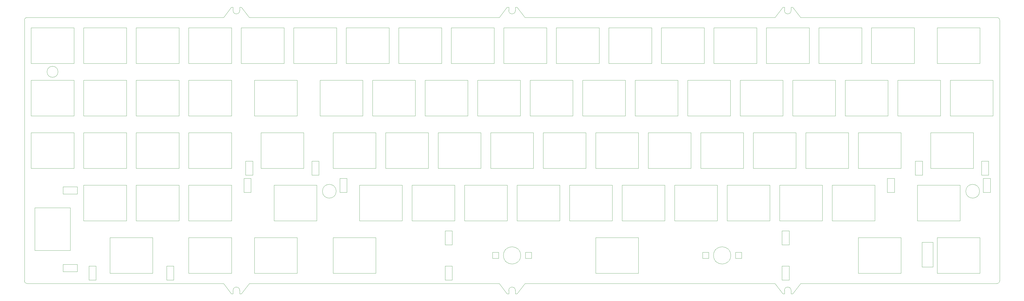
<source format=gm1>
G04 #@! TF.GenerationSoftware,KiCad,Pcbnew,(6.0.0)*
G04 #@! TF.CreationDate,2022-03-08T15:06:03-05:00*
G04 #@! TF.ProjectId,next_plate,6e657874-5f70-46c6-9174-652e6b696361,rev?*
G04 #@! TF.SameCoordinates,Original*
G04 #@! TF.FileFunction,Profile,NP*
%FSLAX46Y46*%
G04 Gerber Fmt 4.6, Leading zero omitted, Abs format (unit mm)*
G04 Created by KiCad (PCBNEW (6.0.0)) date 2022-03-08 15:06:03*
%MOMM*%
%LPD*%
G01*
G04 APERTURE LIST*
G04 #@! TA.AperFunction,Profile*
%ADD10C,0.100000*%
G04 #@! TD*
G04 #@! TA.AperFunction,Profile*
%ADD11C,0.010000*%
G04 #@! TD*
G04 APERTURE END LIST*
D10*
X374362500Y-91000000D02*
G75*
G03*
X374362500Y-91000000I-2500000J0D01*
G01*
D11*
X47050000Y-89375000D02*
X47050000Y-91975000D01*
X41950000Y-117575000D02*
X41950000Y-120175000D01*
X41950000Y-120175000D02*
X47050000Y-120175000D01*
X107506250Y-91400000D02*
X110106250Y-91400000D01*
X107506250Y-86300000D02*
X107506250Y-91400000D01*
X47050000Y-117575000D02*
X41950000Y-117575000D01*
X47050000Y-120175000D02*
X47050000Y-117575000D01*
X47050000Y-91975000D02*
X41950000Y-91975000D01*
X41950000Y-89375000D02*
X47050000Y-89375000D01*
X41950000Y-91975000D02*
X41950000Y-89375000D01*
D10*
X353500000Y-109500000D02*
X357500000Y-109500000D01*
X357500000Y-109500000D02*
X357500000Y-118500000D01*
D11*
X199912500Y-113200000D02*
X199912500Y-115400000D01*
X380675000Y-124500000D02*
G75*
G03*
X381675000Y-123500000I1J999999D01*
G01*
X377631250Y-80050000D02*
X377631250Y-85150000D01*
X377631250Y-85150000D02*
X375031250Y-85150000D01*
X106587500Y-128250000D02*
X109437500Y-124500000D01*
X105987500Y-25400000D02*
X105987500Y-24650000D01*
X300137500Y-124500000D02*
X209437500Y-124500000D01*
X105987500Y-24150000D02*
X105987500Y-24650000D01*
X51275000Y-118150000D02*
X51275000Y-123250000D01*
X305987500Y-25400000D02*
X305987500Y-24150000D01*
X207912500Y-114300000D02*
G75*
G03*
X207912500Y-114300000I-3125000J0D01*
G01*
X202987500Y-24150000D02*
X200137500Y-27900000D01*
X306587500Y-24150000D02*
X305987500Y-24150000D01*
X351031253Y-80050000D02*
X351031253Y-85150000D01*
X199912500Y-115400000D02*
X197712500Y-115400000D01*
X197712500Y-115400000D02*
X197712500Y-113200000D01*
X211862500Y-115400000D02*
X209662500Y-115400000D01*
X53875000Y-118150000D02*
X51275000Y-118150000D01*
D10*
X353500000Y-118500000D02*
X357500000Y-118500000D01*
D11*
X205987500Y-127000000D02*
G75*
G03*
X203587500Y-127000000I-1200000J0D01*
G01*
X375031250Y-85150000D02*
X375031250Y-80050000D01*
X180487500Y-118150000D02*
X180487500Y-123250000D01*
X206587500Y-24150000D02*
X209437500Y-27900000D01*
X51275000Y-123250000D02*
X53875000Y-123250000D01*
X28900000Y-27900000D02*
G75*
G03*
X27900000Y-28900000I-1J-999999D01*
G01*
X105987500Y-127000000D02*
X105987500Y-127750000D01*
X353631253Y-80050000D02*
X351031253Y-80050000D01*
X302687500Y-110450000D02*
X302687500Y-105350000D01*
X300137500Y-27900000D02*
X209437500Y-27900000D01*
X106587500Y-128250000D02*
X105987500Y-128250000D01*
X144906250Y-91400000D02*
X142306250Y-91400000D01*
X340868750Y-86300000D02*
X340868750Y-91400000D01*
X303587500Y-25400000D02*
X303587500Y-24150000D01*
X305287500Y-118150000D02*
X305287500Y-123250000D01*
X183087500Y-123250000D02*
X183087500Y-118150000D01*
X183087500Y-110450000D02*
X180487500Y-110450000D01*
X82075000Y-118150000D02*
X82075000Y-123250000D01*
X180487500Y-105350000D02*
X183087500Y-105350000D01*
X132143750Y-80050000D02*
X134743750Y-80050000D01*
X343468750Y-86300000D02*
X340868750Y-86300000D01*
X276112500Y-115400000D02*
X276112500Y-113200000D01*
X79475000Y-118150000D02*
X82075000Y-118150000D01*
X110106250Y-91400000D02*
X110106250Y-86300000D01*
X285862500Y-115400000D02*
X288062500Y-115400000D01*
X209662500Y-115400000D02*
X209662500Y-113200000D01*
X305987500Y-127000000D02*
X305987500Y-128250000D01*
X378268750Y-86300000D02*
X378268750Y-91400000D01*
X206587500Y-128250000D02*
X209437500Y-124500000D01*
X351031253Y-85150000D02*
X353631253Y-85150000D01*
X343468750Y-91400000D02*
X343468750Y-86300000D01*
X305987500Y-127000000D02*
G75*
G03*
X303587500Y-127000000I-1200000J0D01*
G01*
X27900000Y-123500000D02*
G75*
G03*
X28900000Y-124500000I999999J-1D01*
G01*
X102987500Y-24150000D02*
X103587500Y-24150000D01*
X305287500Y-123250000D02*
X302687500Y-123250000D01*
X302687500Y-118150000D02*
X305287500Y-118150000D01*
X105987500Y-127000000D02*
G75*
G03*
X103587500Y-127000000I-1200000J0D01*
G01*
X53875000Y-123250000D02*
X53875000Y-118150000D01*
X302987500Y-128250000D02*
X300137500Y-124500000D01*
X375668750Y-86300000D02*
X378268750Y-86300000D01*
X27900000Y-123500000D02*
X27900000Y-28900000D01*
X110743753Y-85150000D02*
X110743753Y-80050000D01*
X203587500Y-25400000D02*
X203587500Y-24150000D01*
X110106250Y-86300000D02*
X107506250Y-86300000D01*
X134743750Y-80050000D02*
X134743750Y-85150000D01*
X303587500Y-25400000D02*
G75*
G03*
X305987500Y-25400000I1200000J0D01*
G01*
X200137500Y-27900000D02*
X109437500Y-27900000D01*
X211862500Y-113200000D02*
X211862500Y-115400000D01*
D10*
X40100000Y-47625000D02*
G75*
G03*
X40100000Y-47625000I-2000000J0D01*
G01*
D11*
X142306250Y-86300000D02*
X144906250Y-86300000D01*
X302987500Y-24150000D02*
X300137500Y-27900000D01*
X306587500Y-128250000D02*
X305987500Y-128250000D01*
X110743753Y-80050000D02*
X108143753Y-80050000D01*
X103587500Y-24150000D02*
X103587500Y-24650000D01*
X284112500Y-114300000D02*
G75*
G03*
X284112500Y-114300000I-3125000J0D01*
G01*
X108143753Y-80050000D02*
X108143753Y-85150000D01*
X378268750Y-91400000D02*
X375668750Y-91400000D01*
X381675000Y-123500000D02*
X381675000Y-28900000D01*
X306587500Y-128250000D02*
X309437500Y-124500000D01*
X180487500Y-123250000D02*
X183087500Y-123250000D01*
X303587500Y-127000000D02*
X303587500Y-128250000D01*
X79475000Y-123250000D02*
X79475000Y-118150000D01*
X102987500Y-128250000D02*
X103587500Y-128250000D01*
X134743750Y-85150000D02*
X132143750Y-85150000D01*
X340868750Y-91400000D02*
X343468750Y-91400000D01*
D10*
X353500000Y-109500000D02*
X353500000Y-118500000D01*
D11*
X144906250Y-86300000D02*
X144906250Y-91400000D01*
X102987500Y-24150000D02*
X100137500Y-27900000D01*
D10*
X141000000Y-91000000D02*
G75*
G03*
X141000000Y-91000000I-2500000J0D01*
G01*
D11*
X302987500Y-24150000D02*
X303587500Y-24150000D01*
X108143753Y-85150000D02*
X110743753Y-85150000D01*
X142306250Y-91400000D02*
X142306250Y-86300000D01*
X288062500Y-113200000D02*
X285862500Y-113200000D01*
X206587500Y-128250000D02*
X205987500Y-128250000D01*
X206587500Y-24150000D02*
X205987500Y-24150000D01*
X183087500Y-105350000D02*
X183087500Y-110450000D01*
X103587500Y-25400000D02*
X103587500Y-24650000D01*
X183087500Y-118150000D02*
X180487500Y-118150000D01*
X305287500Y-110450000D02*
X302687500Y-110450000D01*
X209662500Y-113200000D02*
X211862500Y-113200000D01*
X273912500Y-113200000D02*
X273912500Y-115400000D01*
X302687500Y-105350000D02*
X305287500Y-105350000D01*
X202987500Y-128250000D02*
X200137500Y-124500000D01*
X375031250Y-80050000D02*
X377631250Y-80050000D01*
X380675000Y-124500000D02*
X309437500Y-124500000D01*
X197712500Y-113200000D02*
X199912500Y-113200000D01*
X306587500Y-24150000D02*
X309437500Y-27900000D01*
X100137500Y-124500000D02*
X28900000Y-124500000D01*
X302687500Y-123250000D02*
X302687500Y-118150000D01*
X180487500Y-110450000D02*
X180487500Y-105350000D01*
X105987500Y-128250000D02*
X105987500Y-127750000D01*
X273912500Y-115400000D02*
X276112500Y-115400000D01*
X302987500Y-128250000D02*
X303587500Y-128250000D01*
X305287500Y-105350000D02*
X305287500Y-110450000D01*
X200137500Y-124500000D02*
X109437500Y-124500000D01*
X82075000Y-123250000D02*
X79475000Y-123250000D01*
X202987500Y-128250000D02*
X203587500Y-128250000D01*
X103587500Y-25400000D02*
G75*
G03*
X105987500Y-25400000I1200000J0D01*
G01*
X103587500Y-127000000D02*
X103587500Y-127750000D01*
X288062500Y-115400000D02*
X288062500Y-113200000D01*
X203587500Y-25400000D02*
G75*
G03*
X205987500Y-25400000I1200000J0D01*
G01*
X205987500Y-25400000D02*
X205987500Y-24150000D01*
X100137500Y-27900000D02*
X28900000Y-27900000D01*
X103587500Y-128250000D02*
X103587500Y-127750000D01*
X353631253Y-85150000D02*
X353631253Y-80050000D01*
X375668750Y-91400000D02*
X375668750Y-86300000D01*
X106587500Y-24150000D02*
X105987500Y-24150000D01*
X205987500Y-127000000D02*
X205987500Y-128250000D01*
X276112500Y-113200000D02*
X273912500Y-113200000D01*
X381675000Y-28900000D02*
G75*
G03*
X380675000Y-27900000I-999999J1D01*
G01*
X380675000Y-27900000D02*
X309437500Y-27900000D01*
X106587500Y-24150000D02*
X109437500Y-27900000D01*
X132143750Y-85150000D02*
X132143750Y-80050000D01*
X102987500Y-128250000D02*
X100137500Y-124500000D01*
X202987500Y-24150000D02*
X203587500Y-24150000D01*
X285862500Y-113200000D02*
X285862500Y-115400000D01*
X203587500Y-127000000D02*
X203587500Y-128250000D01*
D10*
X250637500Y-120750000D02*
X235137500Y-120750000D01*
X250637500Y-107850000D02*
X250637500Y-120750000D01*
X235137500Y-107850000D02*
X235137500Y-120750000D01*
X250637500Y-107850000D02*
X235137500Y-107850000D01*
X83950000Y-88800000D02*
X68450000Y-88800000D01*
X68450000Y-88800000D02*
X68450000Y-101700000D01*
X83950000Y-101700000D02*
X68450000Y-101700000D01*
X83950000Y-88800000D02*
X83950000Y-101700000D01*
X293500000Y-31650000D02*
X278000000Y-31650000D01*
X293500000Y-31650000D02*
X293500000Y-44550000D01*
X278000000Y-31650000D02*
X278000000Y-44550000D01*
X293500000Y-44550000D02*
X278000000Y-44550000D01*
X274450000Y-31650000D02*
X274450000Y-44550000D01*
X258950000Y-31650000D02*
X258950000Y-44550000D01*
X274450000Y-31650000D02*
X258950000Y-31650000D01*
X274450000Y-44550000D02*
X258950000Y-44550000D01*
X297050000Y-31650000D02*
X297050000Y-44550000D01*
X312550000Y-44550000D02*
X297050000Y-44550000D01*
X312550000Y-31650000D02*
X312550000Y-44550000D01*
X312550000Y-31650000D02*
X297050000Y-31650000D01*
X331600000Y-44550000D02*
X316100000Y-44550000D01*
X331600000Y-31650000D02*
X316100000Y-31650000D01*
X331600000Y-31650000D02*
X331600000Y-44550000D01*
X316100000Y-31650000D02*
X316100000Y-44550000D01*
X345887500Y-69750000D02*
X330387500Y-69750000D01*
X345887500Y-69750000D02*
X345887500Y-82650000D01*
X345887500Y-82650000D02*
X330387500Y-82650000D01*
X330387500Y-69750000D02*
X330387500Y-82650000D01*
X87500000Y-88800000D02*
X87500000Y-101700000D01*
X103000000Y-88800000D02*
X87500000Y-88800000D01*
X103000000Y-101700000D02*
X87500000Y-101700000D01*
X103000000Y-88800000D02*
X103000000Y-101700000D01*
X31650000Y-97025000D02*
X31650000Y-112525000D01*
X31650000Y-97025000D02*
X44550000Y-97025000D01*
X31650000Y-112525000D02*
X44550000Y-112525000D01*
X44550000Y-97025000D02*
X44550000Y-112525000D01*
X288737500Y-69750000D02*
X288737500Y-82650000D01*
X273237500Y-69750000D02*
X273237500Y-82650000D01*
X288737500Y-82650000D02*
X273237500Y-82650000D01*
X288737500Y-69750000D02*
X273237500Y-69750000D01*
X64900000Y-63600000D02*
X49400000Y-63600000D01*
X64900000Y-50700000D02*
X49400000Y-50700000D01*
X49400000Y-50700000D02*
X49400000Y-63600000D01*
X64900000Y-50700000D02*
X64900000Y-63600000D01*
X374462500Y-120750000D02*
X358962500Y-120750000D01*
X358962500Y-107850000D02*
X358962500Y-120750000D01*
X374462500Y-107850000D02*
X374462500Y-120750000D01*
X374462500Y-107850000D02*
X358962500Y-107850000D01*
X103000000Y-63600000D02*
X87500000Y-63600000D01*
X103000000Y-50700000D02*
X103000000Y-63600000D01*
X103000000Y-50700000D02*
X87500000Y-50700000D01*
X87500000Y-50700000D02*
X87500000Y-63600000D01*
X83950000Y-44550000D02*
X68450000Y-44550000D01*
X68450000Y-31650000D02*
X68450000Y-44550000D01*
X83950000Y-31650000D02*
X68450000Y-31650000D01*
X83950000Y-31650000D02*
X83950000Y-44550000D01*
X74425000Y-107850000D02*
X74425000Y-120750000D01*
X58925000Y-107850000D02*
X58925000Y-120750000D01*
X74425000Y-120750000D02*
X58925000Y-120750000D01*
X74425000Y-107850000D02*
X58925000Y-107850000D01*
X222062500Y-88800000D02*
X222062500Y-101700000D01*
X222062500Y-88800000D02*
X206562500Y-88800000D01*
X222062500Y-101700000D02*
X206562500Y-101700000D01*
X206562500Y-88800000D02*
X206562500Y-101700000D01*
X49400000Y-31650000D02*
X49400000Y-44550000D01*
X64900000Y-31650000D02*
X49400000Y-31650000D01*
X64900000Y-31650000D02*
X64900000Y-44550000D01*
X64900000Y-44550000D02*
X49400000Y-44550000D01*
X231587500Y-69750000D02*
X216087500Y-69750000D01*
X231587500Y-69750000D02*
X231587500Y-82650000D01*
X231587500Y-82650000D02*
X216087500Y-82650000D01*
X216087500Y-69750000D02*
X216087500Y-82650000D01*
X374462500Y-31650000D02*
X374462500Y-44550000D01*
X374462500Y-44550000D02*
X358962500Y-44550000D01*
X374462500Y-31650000D02*
X358962500Y-31650000D01*
X358962500Y-31650000D02*
X358962500Y-44550000D01*
X111312500Y-50700000D02*
X111312500Y-63600000D01*
X126812500Y-63600000D02*
X111312500Y-63600000D01*
X126812500Y-50700000D02*
X126812500Y-63600000D01*
X126812500Y-50700000D02*
X111312500Y-50700000D01*
X197037500Y-69750000D02*
X197037500Y-82650000D01*
X212537500Y-69750000D02*
X212537500Y-82650000D01*
X212537500Y-69750000D02*
X197037500Y-69750000D01*
X212537500Y-82650000D02*
X197037500Y-82650000D01*
X307787500Y-69750000D02*
X292287500Y-69750000D01*
X307787500Y-82650000D02*
X292287500Y-82650000D01*
X307787500Y-69750000D02*
X307787500Y-82650000D01*
X292287500Y-69750000D02*
X292287500Y-82650000D01*
X220850000Y-31650000D02*
X220850000Y-44550000D01*
X236350000Y-31650000D02*
X236350000Y-44550000D01*
X236350000Y-31650000D02*
X220850000Y-31650000D01*
X236350000Y-44550000D02*
X220850000Y-44550000D01*
X283975000Y-50700000D02*
X268475000Y-50700000D01*
X283975000Y-63600000D02*
X268475000Y-63600000D01*
X268475000Y-50700000D02*
X268475000Y-63600000D01*
X283975000Y-50700000D02*
X283975000Y-63600000D01*
X298262500Y-101700000D02*
X282762500Y-101700000D01*
X282762500Y-88800000D02*
X282762500Y-101700000D01*
X298262500Y-88800000D02*
X282762500Y-88800000D01*
X298262500Y-88800000D02*
X298262500Y-101700000D01*
X379225000Y-63600000D02*
X363725000Y-63600000D01*
X363725000Y-50700000D02*
X363725000Y-63600000D01*
X379225000Y-50700000D02*
X363725000Y-50700000D01*
X379225000Y-50700000D02*
X379225000Y-63600000D01*
X241112500Y-88800000D02*
X241112500Y-101700000D01*
X241112500Y-88800000D02*
X225612500Y-88800000D01*
X225612500Y-88800000D02*
X225612500Y-101700000D01*
X241112500Y-101700000D02*
X225612500Y-101700000D01*
X155387500Y-107850000D02*
X139887500Y-107850000D01*
X155387500Y-120750000D02*
X139887500Y-120750000D01*
X139887500Y-107850000D02*
X139887500Y-120750000D01*
X155387500Y-107850000D02*
X155387500Y-120750000D01*
X188725000Y-50700000D02*
X188725000Y-63600000D01*
X173225000Y-50700000D02*
X173225000Y-63600000D01*
X188725000Y-63600000D02*
X173225000Y-63600000D01*
X188725000Y-50700000D02*
X173225000Y-50700000D01*
X87500000Y-107850000D02*
X87500000Y-120750000D01*
X103000000Y-107850000D02*
X87500000Y-107850000D01*
X103000000Y-107850000D02*
X103000000Y-120750000D01*
X103000000Y-120750000D02*
X87500000Y-120750000D01*
X83950000Y-50700000D02*
X83950000Y-63600000D01*
X83950000Y-63600000D02*
X68450000Y-63600000D01*
X83950000Y-50700000D02*
X68450000Y-50700000D01*
X68450000Y-50700000D02*
X68450000Y-63600000D01*
X155387500Y-69750000D02*
X139887500Y-69750000D01*
X155387500Y-69750000D02*
X155387500Y-82650000D01*
X139887500Y-69750000D02*
X139887500Y-82650000D01*
X155387500Y-82650000D02*
X139887500Y-82650000D01*
X193487500Y-69750000D02*
X177987500Y-69750000D01*
X193487500Y-82650000D02*
X177987500Y-82650000D01*
X193487500Y-69750000D02*
X193487500Y-82650000D01*
X177987500Y-69750000D02*
X177987500Y-82650000D01*
X264925000Y-63600000D02*
X249425000Y-63600000D01*
X264925000Y-50700000D02*
X264925000Y-63600000D01*
X249425000Y-50700000D02*
X249425000Y-63600000D01*
X264925000Y-50700000D02*
X249425000Y-50700000D01*
X279212500Y-101700000D02*
X263712500Y-101700000D01*
X263712500Y-88800000D02*
X263712500Y-101700000D01*
X279212500Y-88800000D02*
X263712500Y-88800000D01*
X279212500Y-88800000D02*
X279212500Y-101700000D01*
X45850000Y-44550000D02*
X30350000Y-44550000D01*
X30350000Y-31650000D02*
X30350000Y-44550000D01*
X45850000Y-31650000D02*
X45850000Y-44550000D01*
X45850000Y-31650000D02*
X30350000Y-31650000D01*
X164912500Y-88800000D02*
X149412500Y-88800000D01*
X149412500Y-88800000D02*
X149412500Y-101700000D01*
X164912500Y-101700000D02*
X149412500Y-101700000D01*
X164912500Y-88800000D02*
X164912500Y-101700000D01*
X169675000Y-50700000D02*
X169675000Y-63600000D01*
X169675000Y-63600000D02*
X154175000Y-63600000D01*
X154175000Y-50700000D02*
X154175000Y-63600000D01*
X169675000Y-50700000D02*
X154175000Y-50700000D01*
X226825000Y-63600000D02*
X211325000Y-63600000D01*
X226825000Y-50700000D02*
X226825000Y-63600000D01*
X211325000Y-50700000D02*
X211325000Y-63600000D01*
X226825000Y-50700000D02*
X211325000Y-50700000D01*
X45850000Y-50700000D02*
X30350000Y-50700000D01*
X45850000Y-63600000D02*
X30350000Y-63600000D01*
X30350000Y-50700000D02*
X30350000Y-63600000D01*
X45850000Y-50700000D02*
X45850000Y-63600000D01*
X198250000Y-31650000D02*
X182750000Y-31650000D01*
X182750000Y-31650000D02*
X182750000Y-44550000D01*
X198250000Y-44550000D02*
X182750000Y-44550000D01*
X198250000Y-31650000D02*
X198250000Y-44550000D01*
X306575000Y-50700000D02*
X306575000Y-63600000D01*
X322075000Y-50700000D02*
X306575000Y-50700000D01*
X322075000Y-63600000D02*
X306575000Y-63600000D01*
X322075000Y-50700000D02*
X322075000Y-63600000D01*
X255400000Y-31650000D02*
X255400000Y-44550000D01*
X239900000Y-31650000D02*
X239900000Y-44550000D01*
X255400000Y-44550000D02*
X239900000Y-44550000D01*
X255400000Y-31650000D02*
X239900000Y-31650000D01*
X133956250Y-88800000D02*
X118456250Y-88800000D01*
X118456250Y-88800000D02*
X118456250Y-101700000D01*
X133956250Y-101700000D02*
X118456250Y-101700000D01*
X133956250Y-88800000D02*
X133956250Y-101700000D01*
X103000000Y-31650000D02*
X103000000Y-44550000D01*
X87500000Y-31650000D02*
X87500000Y-44550000D01*
X103000000Y-44550000D02*
X87500000Y-44550000D01*
X103000000Y-31650000D02*
X87500000Y-31650000D01*
X203012500Y-101700000D02*
X187512500Y-101700000D01*
X203012500Y-88800000D02*
X187512500Y-88800000D01*
X203012500Y-88800000D02*
X203012500Y-101700000D01*
X187512500Y-88800000D02*
X187512500Y-101700000D01*
X160150000Y-44550000D02*
X144650000Y-44550000D01*
X160150000Y-31650000D02*
X144650000Y-31650000D01*
X144650000Y-31650000D02*
X144650000Y-44550000D01*
X160150000Y-31650000D02*
X160150000Y-44550000D01*
X64900000Y-82650000D02*
X49400000Y-82650000D01*
X49400000Y-69750000D02*
X49400000Y-82650000D01*
X64900000Y-69750000D02*
X49400000Y-69750000D01*
X64900000Y-69750000D02*
X64900000Y-82650000D01*
X179200000Y-31650000D02*
X179200000Y-44550000D01*
X179200000Y-31650000D02*
X163700000Y-31650000D01*
X179200000Y-44550000D02*
X163700000Y-44550000D01*
X163700000Y-31650000D02*
X163700000Y-44550000D01*
X360175000Y-63600000D02*
X344675000Y-63600000D01*
X360175000Y-50700000D02*
X360175000Y-63600000D01*
X360175000Y-50700000D02*
X344675000Y-50700000D01*
X344675000Y-50700000D02*
X344675000Y-63600000D01*
X129193750Y-69750000D02*
X113693750Y-69750000D01*
X129193750Y-69750000D02*
X129193750Y-82650000D01*
X129193750Y-82650000D02*
X113693750Y-82650000D01*
X113693750Y-69750000D02*
X113693750Y-82650000D01*
X326837500Y-82650000D02*
X311337500Y-82650000D01*
X311337500Y-69750000D02*
X311337500Y-82650000D01*
X326837500Y-69750000D02*
X326837500Y-82650000D01*
X326837500Y-69750000D02*
X311337500Y-69750000D01*
X301812500Y-88800000D02*
X301812500Y-101700000D01*
X317312500Y-101700000D02*
X301812500Y-101700000D01*
X317312500Y-88800000D02*
X317312500Y-101700000D01*
X317312500Y-88800000D02*
X301812500Y-88800000D01*
X335150000Y-31650000D02*
X335150000Y-44550000D01*
X350650000Y-44550000D02*
X335150000Y-44550000D01*
X350650000Y-31650000D02*
X335150000Y-31650000D01*
X350650000Y-31650000D02*
X350650000Y-44550000D01*
X303025000Y-50700000D02*
X303025000Y-63600000D01*
X303025000Y-63600000D02*
X287525000Y-63600000D01*
X287525000Y-50700000D02*
X287525000Y-63600000D01*
X303025000Y-50700000D02*
X287525000Y-50700000D01*
X68450000Y-69750000D02*
X68450000Y-82650000D01*
X83950000Y-69750000D02*
X68450000Y-69750000D01*
X83950000Y-69750000D02*
X83950000Y-82650000D01*
X83950000Y-82650000D02*
X68450000Y-82650000D01*
X345887500Y-120750000D02*
X330387500Y-120750000D01*
X330387500Y-107850000D02*
X330387500Y-120750000D01*
X345887500Y-107850000D02*
X345887500Y-120750000D01*
X345887500Y-107850000D02*
X330387500Y-107850000D01*
X372081250Y-69750000D02*
X356581250Y-69750000D01*
X372081250Y-69750000D02*
X372081250Y-82650000D01*
X372081250Y-82650000D02*
X356581250Y-82650000D01*
X356581250Y-69750000D02*
X356581250Y-82650000D01*
X260162500Y-88800000D02*
X260162500Y-101700000D01*
X260162500Y-88800000D02*
X244662500Y-88800000D01*
X260162500Y-101700000D02*
X244662500Y-101700000D01*
X244662500Y-88800000D02*
X244662500Y-101700000D01*
X126812500Y-120750000D02*
X111312500Y-120750000D01*
X126812500Y-107850000D02*
X111312500Y-107850000D01*
X126812500Y-107850000D02*
X126812500Y-120750000D01*
X111312500Y-107850000D02*
X111312500Y-120750000D01*
X217300000Y-31650000D02*
X217300000Y-44550000D01*
X201800000Y-31650000D02*
X201800000Y-44550000D01*
X217300000Y-44550000D02*
X201800000Y-44550000D01*
X217300000Y-31650000D02*
X201800000Y-31650000D01*
X122050000Y-44550000D02*
X106550000Y-44550000D01*
X106550000Y-31650000D02*
X106550000Y-44550000D01*
X122050000Y-31650000D02*
X122050000Y-44550000D01*
X122050000Y-31650000D02*
X106550000Y-31650000D01*
X45850000Y-82650000D02*
X30350000Y-82650000D01*
X45850000Y-69750000D02*
X45850000Y-82650000D01*
X45850000Y-69750000D02*
X30350000Y-69750000D01*
X30350000Y-69750000D02*
X30350000Y-82650000D01*
X141100000Y-44550000D02*
X125600000Y-44550000D01*
X125600000Y-31650000D02*
X125600000Y-44550000D01*
X141100000Y-31650000D02*
X141100000Y-44550000D01*
X141100000Y-31650000D02*
X125600000Y-31650000D01*
X183962500Y-101700000D02*
X168462500Y-101700000D01*
X168462500Y-88800000D02*
X168462500Y-101700000D01*
X183962500Y-88800000D02*
X183962500Y-101700000D01*
X183962500Y-88800000D02*
X168462500Y-88800000D01*
X250637500Y-69750000D02*
X250637500Y-82650000D01*
X235137500Y-69750000D02*
X235137500Y-82650000D01*
X250637500Y-82650000D02*
X235137500Y-82650000D01*
X250637500Y-69750000D02*
X235137500Y-69750000D01*
X174437500Y-82650000D02*
X158937500Y-82650000D01*
X158937500Y-69750000D02*
X158937500Y-82650000D01*
X174437500Y-69750000D02*
X158937500Y-69750000D01*
X174437500Y-69750000D02*
X174437500Y-82650000D01*
X269687500Y-82650000D02*
X254187500Y-82650000D01*
X269687500Y-69750000D02*
X269687500Y-82650000D01*
X269687500Y-69750000D02*
X254187500Y-69750000D01*
X254187500Y-69750000D02*
X254187500Y-82650000D01*
X367318750Y-101700000D02*
X351818750Y-101700000D01*
X351818750Y-88800000D02*
X351818750Y-101700000D01*
X367318750Y-88800000D02*
X367318750Y-101700000D01*
X367318750Y-88800000D02*
X351818750Y-88800000D01*
X103000000Y-69750000D02*
X87500000Y-69750000D01*
X103000000Y-69750000D02*
X103000000Y-82650000D01*
X103000000Y-82650000D02*
X87500000Y-82650000D01*
X87500000Y-69750000D02*
X87500000Y-82650000D01*
X325625000Y-50700000D02*
X325625000Y-63600000D01*
X341125000Y-50700000D02*
X325625000Y-50700000D01*
X341125000Y-63600000D02*
X325625000Y-63600000D01*
X341125000Y-50700000D02*
X341125000Y-63600000D01*
X245875000Y-50700000D02*
X230375000Y-50700000D01*
X245875000Y-50700000D02*
X245875000Y-63600000D01*
X245875000Y-63600000D02*
X230375000Y-63600000D01*
X230375000Y-50700000D02*
X230375000Y-63600000D01*
X320862500Y-88800000D02*
X320862500Y-101700000D01*
X336362500Y-88800000D02*
X336362500Y-101700000D01*
X336362500Y-101700000D02*
X320862500Y-101700000D01*
X336362500Y-88800000D02*
X320862500Y-88800000D01*
X192275000Y-50700000D02*
X192275000Y-63600000D01*
X207775000Y-63600000D02*
X192275000Y-63600000D01*
X207775000Y-50700000D02*
X192275000Y-50700000D01*
X207775000Y-50700000D02*
X207775000Y-63600000D01*
X64900000Y-101700000D02*
X49400000Y-101700000D01*
X64900000Y-88800000D02*
X49400000Y-88800000D01*
X64900000Y-88800000D02*
X64900000Y-101700000D01*
X49400000Y-88800000D02*
X49400000Y-101700000D01*
X150625000Y-63600000D02*
X135125000Y-63600000D01*
X150625000Y-50700000D02*
X135125000Y-50700000D01*
X135125000Y-50700000D02*
X135125000Y-63600000D01*
X150625000Y-50700000D02*
X150625000Y-63600000D01*
M02*

</source>
